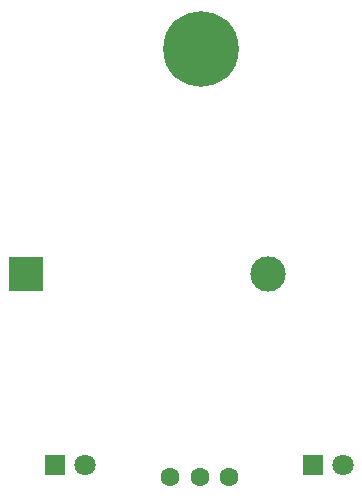
<source format=gbr>
%TF.GenerationSoftware,KiCad,Pcbnew,8.0.4*%
%TF.CreationDate,2024-08-07T13:37:20+08:00*%
%TF.ProjectId,flashlight schematic,666c6173-686c-4696-9768-742073636865,rev?*%
%TF.SameCoordinates,Original*%
%TF.FileFunction,Soldermask,Top*%
%TF.FilePolarity,Negative*%
%FSLAX46Y46*%
G04 Gerber Fmt 4.6, Leading zero omitted, Abs format (unit mm)*
G04 Created by KiCad (PCBNEW 8.0.4) date 2024-08-07 13:37:20*
%MOMM*%
%LPD*%
G01*
G04 APERTURE LIST*
%ADD10C,6.400000*%
%ADD11C,1.600000*%
%ADD12R,1.800000X1.800000*%
%ADD13C,1.800000*%
%ADD14R,3.000000X3.000000*%
%ADD15C,3.000000*%
G04 APERTURE END LIST*
D10*
%TO.C,REF\u002A\u002A*%
X150200000Y-71400000D03*
%TD*%
D11*
%TO.C,SW1*%
X147600000Y-107600000D03*
X150100000Y-107600000D03*
X152600000Y-107600000D03*
%TD*%
D12*
%TO.C,D2*%
X159725000Y-106600000D03*
D13*
X162265000Y-106600000D03*
%TD*%
D12*
%TO.C,D1*%
X137860000Y-106600000D03*
D13*
X140400000Y-106600000D03*
%TD*%
D14*
%TO.C,BT1*%
X135425000Y-90400000D03*
D15*
X155915000Y-90400000D03*
%TD*%
M02*

</source>
